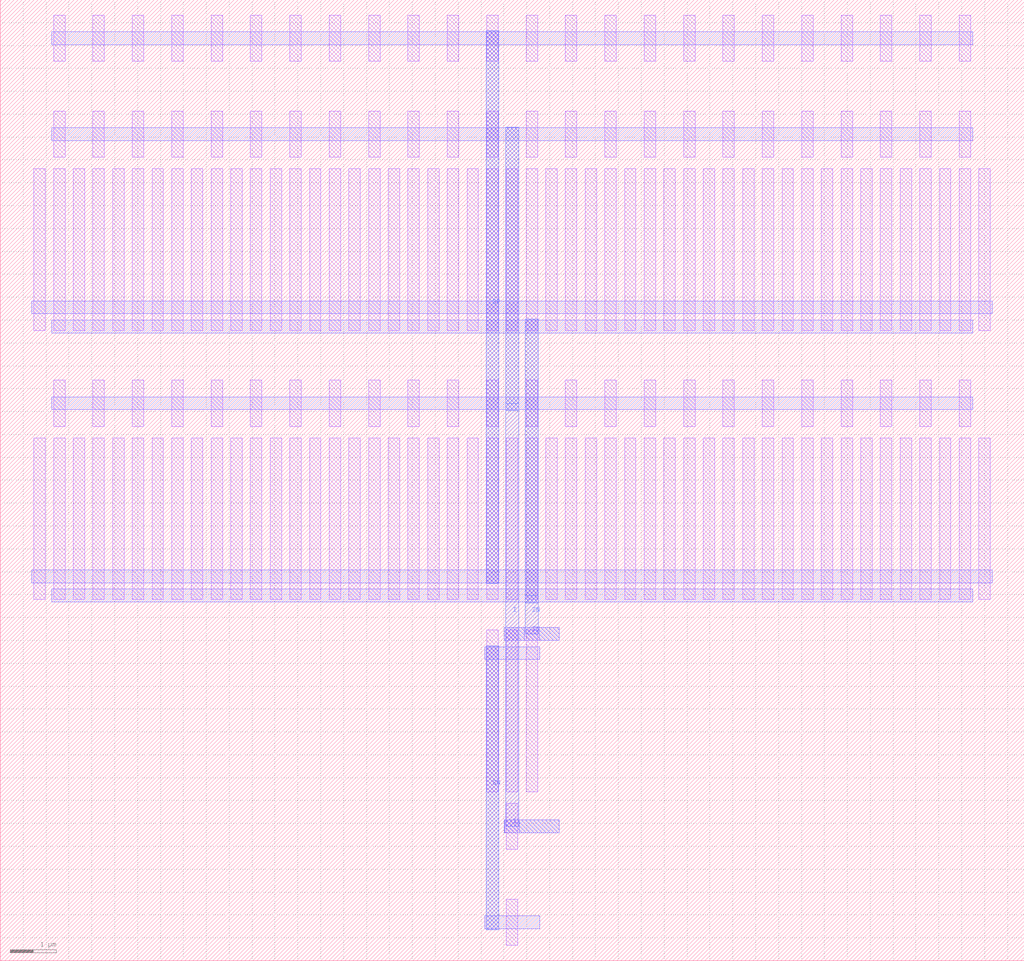
<source format=lef>
MACRO INV_80711309
  ORIGIN 0 0 ;
  FOREIGN INV_80711309 0 0 ;
  SIZE 22.36 BY 21 ;
  PIN ZN
    DIRECTION INOUT ;
    USE SIGNAL ;
    PORT 
      LAYER M3 ;
        RECT 11.47 7.82 11.75 14.02 ;
      LAYER M2 ;
        RECT 11.01 7 12.21 7.28 ;
      LAYER M3 ;
        RECT 11.47 7.14 11.75 7.98 ;
      LAYER M2 ;
        RECT 11.45 7 11.77 7.28 ;
    END
  END ZN
  PIN I
    DIRECTION INOUT ;
    USE SIGNAL ;
    PORT 
      LAYER M3 ;
        RECT 11.04 12.02 11.32 18.22 ;
      LAYER M2 ;
        RECT 11.01 2.8 12.21 3.08 ;
      LAYER M3 ;
        RECT 11.04 2.94 11.32 12.18 ;
      LAYER M2 ;
        RECT 11.02 2.8 11.34 3.08 ;
    END
  END I
  PIN SN
    DIRECTION INOUT ;
    USE SIGNAL ;
    PORT 
      LAYER M3 ;
        RECT 10.61 0.68 10.89 6.88 ;
    END
  END SN
  PIN SP
    DIRECTION INOUT ;
    USE SIGNAL ;
    PORT 
      LAYER M3 ;
        RECT 10.61 8.24 10.89 20.32 ;
    END
  END SP
  OBS 
  LAYER M1 ;
        RECT 11.055 3.695 11.305 7.225 ;
  LAYER M1 ;
        RECT 11.055 2.435 11.305 3.445 ;
  LAYER M1 ;
        RECT 11.055 0.335 11.305 1.345 ;
  LAYER M1 ;
        RECT 11.485 3.695 11.735 7.225 ;
  LAYER M1 ;
        RECT 10.625 3.695 10.875 7.225 ;
  LAYER M2 ;
        RECT 10.58 6.58 11.78 6.86 ;
  LAYER M2 ;
        RECT 10.58 0.7 11.78 0.98 ;
  LAYER M2 ;
        RECT 11.01 7 12.21 7.28 ;
  LAYER M2 ;
        RECT 11.01 2.8 12.21 3.08 ;
  LAYER M3 ;
        RECT 10.61 0.68 10.89 6.88 ;
  LAYER M1 ;
        RECT 20.945 7.895 21.195 11.425 ;
  LAYER M1 ;
        RECT 20.945 11.675 21.195 12.685 ;
  LAYER M1 ;
        RECT 20.945 13.775 21.195 17.305 ;
  LAYER M1 ;
        RECT 20.945 17.555 21.195 18.565 ;
  LAYER M1 ;
        RECT 20.945 19.655 21.195 20.665 ;
  LAYER M1 ;
        RECT 21.375 7.895 21.625 11.425 ;
  LAYER M1 ;
        RECT 21.375 13.775 21.625 17.305 ;
  LAYER M1 ;
        RECT 20.515 7.895 20.765 11.425 ;
  LAYER M1 ;
        RECT 20.515 13.775 20.765 17.305 ;
  LAYER M1 ;
        RECT 20.085 7.895 20.335 11.425 ;
  LAYER M1 ;
        RECT 20.085 11.675 20.335 12.685 ;
  LAYER M1 ;
        RECT 20.085 13.775 20.335 17.305 ;
  LAYER M1 ;
        RECT 20.085 17.555 20.335 18.565 ;
  LAYER M1 ;
        RECT 20.085 19.655 20.335 20.665 ;
  LAYER M1 ;
        RECT 19.655 7.895 19.905 11.425 ;
  LAYER M1 ;
        RECT 19.655 13.775 19.905 17.305 ;
  LAYER M1 ;
        RECT 19.225 7.895 19.475 11.425 ;
  LAYER M1 ;
        RECT 19.225 11.675 19.475 12.685 ;
  LAYER M1 ;
        RECT 19.225 13.775 19.475 17.305 ;
  LAYER M1 ;
        RECT 19.225 17.555 19.475 18.565 ;
  LAYER M1 ;
        RECT 19.225 19.655 19.475 20.665 ;
  LAYER M1 ;
        RECT 18.795 7.895 19.045 11.425 ;
  LAYER M1 ;
        RECT 18.795 13.775 19.045 17.305 ;
  LAYER M1 ;
        RECT 18.365 7.895 18.615 11.425 ;
  LAYER M1 ;
        RECT 18.365 11.675 18.615 12.685 ;
  LAYER M1 ;
        RECT 18.365 13.775 18.615 17.305 ;
  LAYER M1 ;
        RECT 18.365 17.555 18.615 18.565 ;
  LAYER M1 ;
        RECT 18.365 19.655 18.615 20.665 ;
  LAYER M1 ;
        RECT 17.935 7.895 18.185 11.425 ;
  LAYER M1 ;
        RECT 17.935 13.775 18.185 17.305 ;
  LAYER M1 ;
        RECT 17.505 7.895 17.755 11.425 ;
  LAYER M1 ;
        RECT 17.505 11.675 17.755 12.685 ;
  LAYER M1 ;
        RECT 17.505 13.775 17.755 17.305 ;
  LAYER M1 ;
        RECT 17.505 17.555 17.755 18.565 ;
  LAYER M1 ;
        RECT 17.505 19.655 17.755 20.665 ;
  LAYER M1 ;
        RECT 17.075 7.895 17.325 11.425 ;
  LAYER M1 ;
        RECT 17.075 13.775 17.325 17.305 ;
  LAYER M1 ;
        RECT 16.645 7.895 16.895 11.425 ;
  LAYER M1 ;
        RECT 16.645 11.675 16.895 12.685 ;
  LAYER M1 ;
        RECT 16.645 13.775 16.895 17.305 ;
  LAYER M1 ;
        RECT 16.645 17.555 16.895 18.565 ;
  LAYER M1 ;
        RECT 16.645 19.655 16.895 20.665 ;
  LAYER M1 ;
        RECT 16.215 7.895 16.465 11.425 ;
  LAYER M1 ;
        RECT 16.215 13.775 16.465 17.305 ;
  LAYER M1 ;
        RECT 15.785 7.895 16.035 11.425 ;
  LAYER M1 ;
        RECT 15.785 11.675 16.035 12.685 ;
  LAYER M1 ;
        RECT 15.785 13.775 16.035 17.305 ;
  LAYER M1 ;
        RECT 15.785 17.555 16.035 18.565 ;
  LAYER M1 ;
        RECT 15.785 19.655 16.035 20.665 ;
  LAYER M1 ;
        RECT 15.355 7.895 15.605 11.425 ;
  LAYER M1 ;
        RECT 15.355 13.775 15.605 17.305 ;
  LAYER M1 ;
        RECT 14.925 7.895 15.175 11.425 ;
  LAYER M1 ;
        RECT 14.925 11.675 15.175 12.685 ;
  LAYER M1 ;
        RECT 14.925 13.775 15.175 17.305 ;
  LAYER M1 ;
        RECT 14.925 17.555 15.175 18.565 ;
  LAYER M1 ;
        RECT 14.925 19.655 15.175 20.665 ;
  LAYER M1 ;
        RECT 14.495 7.895 14.745 11.425 ;
  LAYER M1 ;
        RECT 14.495 13.775 14.745 17.305 ;
  LAYER M1 ;
        RECT 14.065 7.895 14.315 11.425 ;
  LAYER M1 ;
        RECT 14.065 11.675 14.315 12.685 ;
  LAYER M1 ;
        RECT 14.065 13.775 14.315 17.305 ;
  LAYER M1 ;
        RECT 14.065 17.555 14.315 18.565 ;
  LAYER M1 ;
        RECT 14.065 19.655 14.315 20.665 ;
  LAYER M1 ;
        RECT 13.635 7.895 13.885 11.425 ;
  LAYER M1 ;
        RECT 13.635 13.775 13.885 17.305 ;
  LAYER M1 ;
        RECT 13.205 7.895 13.455 11.425 ;
  LAYER M1 ;
        RECT 13.205 11.675 13.455 12.685 ;
  LAYER M1 ;
        RECT 13.205 13.775 13.455 17.305 ;
  LAYER M1 ;
        RECT 13.205 17.555 13.455 18.565 ;
  LAYER M1 ;
        RECT 13.205 19.655 13.455 20.665 ;
  LAYER M1 ;
        RECT 12.775 7.895 13.025 11.425 ;
  LAYER M1 ;
        RECT 12.775 13.775 13.025 17.305 ;
  LAYER M1 ;
        RECT 12.345 7.895 12.595 11.425 ;
  LAYER M1 ;
        RECT 12.345 11.675 12.595 12.685 ;
  LAYER M1 ;
        RECT 12.345 13.775 12.595 17.305 ;
  LAYER M1 ;
        RECT 12.345 17.555 12.595 18.565 ;
  LAYER M1 ;
        RECT 12.345 19.655 12.595 20.665 ;
  LAYER M1 ;
        RECT 11.915 7.895 12.165 11.425 ;
  LAYER M1 ;
        RECT 11.915 13.775 12.165 17.305 ;
  LAYER M1 ;
        RECT 11.485 7.895 11.735 11.425 ;
  LAYER M1 ;
        RECT 11.485 11.675 11.735 12.685 ;
  LAYER M1 ;
        RECT 11.485 13.775 11.735 17.305 ;
  LAYER M1 ;
        RECT 11.485 17.555 11.735 18.565 ;
  LAYER M1 ;
        RECT 11.485 19.655 11.735 20.665 ;
  LAYER M1 ;
        RECT 11.055 7.895 11.305 11.425 ;
  LAYER M1 ;
        RECT 11.055 13.775 11.305 17.305 ;
  LAYER M1 ;
        RECT 10.625 7.895 10.875 11.425 ;
  LAYER M1 ;
        RECT 10.625 11.675 10.875 12.685 ;
  LAYER M1 ;
        RECT 10.625 13.775 10.875 17.305 ;
  LAYER M1 ;
        RECT 10.625 17.555 10.875 18.565 ;
  LAYER M1 ;
        RECT 10.625 19.655 10.875 20.665 ;
  LAYER M1 ;
        RECT 10.195 7.895 10.445 11.425 ;
  LAYER M1 ;
        RECT 10.195 13.775 10.445 17.305 ;
  LAYER M1 ;
        RECT 9.765 7.895 10.015 11.425 ;
  LAYER M1 ;
        RECT 9.765 11.675 10.015 12.685 ;
  LAYER M1 ;
        RECT 9.765 13.775 10.015 17.305 ;
  LAYER M1 ;
        RECT 9.765 17.555 10.015 18.565 ;
  LAYER M1 ;
        RECT 9.765 19.655 10.015 20.665 ;
  LAYER M1 ;
        RECT 9.335 7.895 9.585 11.425 ;
  LAYER M1 ;
        RECT 9.335 13.775 9.585 17.305 ;
  LAYER M1 ;
        RECT 8.905 7.895 9.155 11.425 ;
  LAYER M1 ;
        RECT 8.905 11.675 9.155 12.685 ;
  LAYER M1 ;
        RECT 8.905 13.775 9.155 17.305 ;
  LAYER M1 ;
        RECT 8.905 17.555 9.155 18.565 ;
  LAYER M1 ;
        RECT 8.905 19.655 9.155 20.665 ;
  LAYER M1 ;
        RECT 8.475 7.895 8.725 11.425 ;
  LAYER M1 ;
        RECT 8.475 13.775 8.725 17.305 ;
  LAYER M1 ;
        RECT 8.045 7.895 8.295 11.425 ;
  LAYER M1 ;
        RECT 8.045 11.675 8.295 12.685 ;
  LAYER M1 ;
        RECT 8.045 13.775 8.295 17.305 ;
  LAYER M1 ;
        RECT 8.045 17.555 8.295 18.565 ;
  LAYER M1 ;
        RECT 8.045 19.655 8.295 20.665 ;
  LAYER M1 ;
        RECT 7.615 7.895 7.865 11.425 ;
  LAYER M1 ;
        RECT 7.615 13.775 7.865 17.305 ;
  LAYER M1 ;
        RECT 7.185 7.895 7.435 11.425 ;
  LAYER M1 ;
        RECT 7.185 11.675 7.435 12.685 ;
  LAYER M1 ;
        RECT 7.185 13.775 7.435 17.305 ;
  LAYER M1 ;
        RECT 7.185 17.555 7.435 18.565 ;
  LAYER M1 ;
        RECT 7.185 19.655 7.435 20.665 ;
  LAYER M1 ;
        RECT 6.755 7.895 7.005 11.425 ;
  LAYER M1 ;
        RECT 6.755 13.775 7.005 17.305 ;
  LAYER M1 ;
        RECT 6.325 7.895 6.575 11.425 ;
  LAYER M1 ;
        RECT 6.325 11.675 6.575 12.685 ;
  LAYER M1 ;
        RECT 6.325 13.775 6.575 17.305 ;
  LAYER M1 ;
        RECT 6.325 17.555 6.575 18.565 ;
  LAYER M1 ;
        RECT 6.325 19.655 6.575 20.665 ;
  LAYER M1 ;
        RECT 5.895 7.895 6.145 11.425 ;
  LAYER M1 ;
        RECT 5.895 13.775 6.145 17.305 ;
  LAYER M1 ;
        RECT 5.465 7.895 5.715 11.425 ;
  LAYER M1 ;
        RECT 5.465 11.675 5.715 12.685 ;
  LAYER M1 ;
        RECT 5.465 13.775 5.715 17.305 ;
  LAYER M1 ;
        RECT 5.465 17.555 5.715 18.565 ;
  LAYER M1 ;
        RECT 5.465 19.655 5.715 20.665 ;
  LAYER M1 ;
        RECT 5.035 7.895 5.285 11.425 ;
  LAYER M1 ;
        RECT 5.035 13.775 5.285 17.305 ;
  LAYER M1 ;
        RECT 4.605 7.895 4.855 11.425 ;
  LAYER M1 ;
        RECT 4.605 11.675 4.855 12.685 ;
  LAYER M1 ;
        RECT 4.605 13.775 4.855 17.305 ;
  LAYER M1 ;
        RECT 4.605 17.555 4.855 18.565 ;
  LAYER M1 ;
        RECT 4.605 19.655 4.855 20.665 ;
  LAYER M1 ;
        RECT 4.175 7.895 4.425 11.425 ;
  LAYER M1 ;
        RECT 4.175 13.775 4.425 17.305 ;
  LAYER M1 ;
        RECT 3.745 7.895 3.995 11.425 ;
  LAYER M1 ;
        RECT 3.745 11.675 3.995 12.685 ;
  LAYER M1 ;
        RECT 3.745 13.775 3.995 17.305 ;
  LAYER M1 ;
        RECT 3.745 17.555 3.995 18.565 ;
  LAYER M1 ;
        RECT 3.745 19.655 3.995 20.665 ;
  LAYER M1 ;
        RECT 3.315 7.895 3.565 11.425 ;
  LAYER M1 ;
        RECT 3.315 13.775 3.565 17.305 ;
  LAYER M1 ;
        RECT 2.885 7.895 3.135 11.425 ;
  LAYER M1 ;
        RECT 2.885 11.675 3.135 12.685 ;
  LAYER M1 ;
        RECT 2.885 13.775 3.135 17.305 ;
  LAYER M1 ;
        RECT 2.885 17.555 3.135 18.565 ;
  LAYER M1 ;
        RECT 2.885 19.655 3.135 20.665 ;
  LAYER M1 ;
        RECT 2.455 7.895 2.705 11.425 ;
  LAYER M1 ;
        RECT 2.455 13.775 2.705 17.305 ;
  LAYER M1 ;
        RECT 2.025 7.895 2.275 11.425 ;
  LAYER M1 ;
        RECT 2.025 11.675 2.275 12.685 ;
  LAYER M1 ;
        RECT 2.025 13.775 2.275 17.305 ;
  LAYER M1 ;
        RECT 2.025 17.555 2.275 18.565 ;
  LAYER M1 ;
        RECT 2.025 19.655 2.275 20.665 ;
  LAYER M1 ;
        RECT 1.595 7.895 1.845 11.425 ;
  LAYER M1 ;
        RECT 1.595 13.775 1.845 17.305 ;
  LAYER M1 ;
        RECT 1.165 7.895 1.415 11.425 ;
  LAYER M1 ;
        RECT 1.165 11.675 1.415 12.685 ;
  LAYER M1 ;
        RECT 1.165 13.775 1.415 17.305 ;
  LAYER M1 ;
        RECT 1.165 17.555 1.415 18.565 ;
  LAYER M1 ;
        RECT 1.165 19.655 1.415 20.665 ;
  LAYER M1 ;
        RECT 0.735 7.895 0.985 11.425 ;
  LAYER M1 ;
        RECT 0.735 13.775 0.985 17.305 ;
  LAYER M2 ;
        RECT 1.12 7.84 21.24 8.12 ;
  LAYER M2 ;
        RECT 1.12 12.04 21.24 12.32 ;
  LAYER M2 ;
        RECT 0.69 8.26 21.67 8.54 ;
  LAYER M2 ;
        RECT 1.12 13.72 21.24 14 ;
  LAYER M2 ;
        RECT 1.12 17.92 21.24 18.2 ;
  LAYER M2 ;
        RECT 0.69 14.14 21.67 14.42 ;
  LAYER M2 ;
        RECT 1.12 20.02 21.24 20.3 ;
  LAYER M3 ;
        RECT 11.47 7.82 11.75 14.02 ;
  LAYER M3 ;
        RECT 11.04 12.02 11.32 18.22 ;
  LAYER M3 ;
        RECT 10.61 8.24 10.89 20.32 ;
  END 
END INV_80711309

</source>
